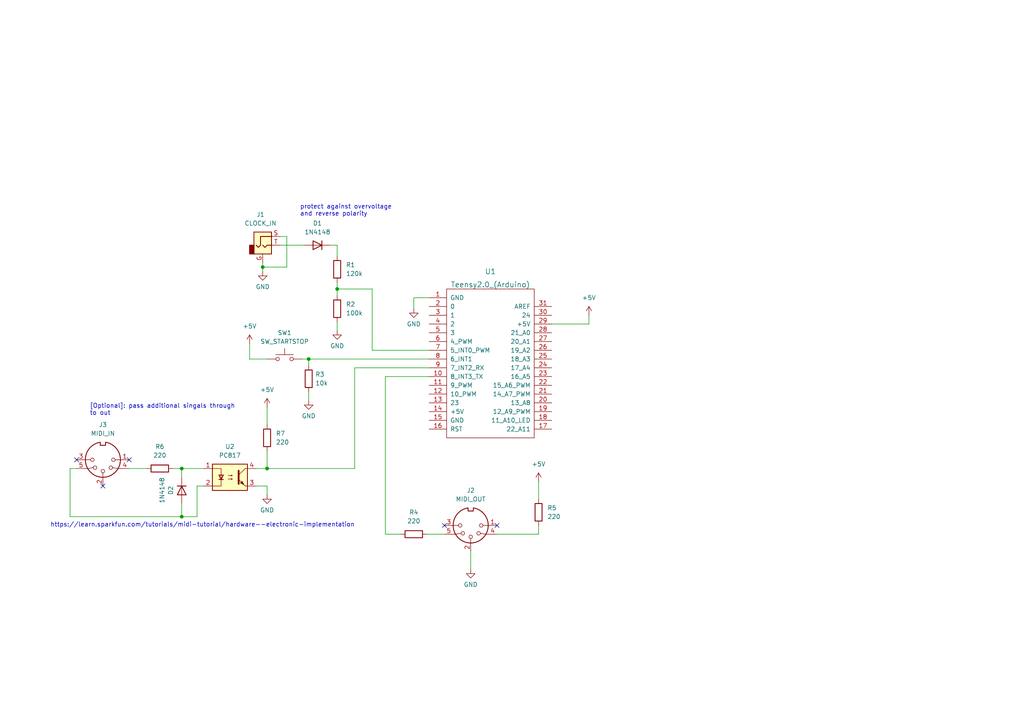
<source format=kicad_sch>
(kicad_sch (version 20211123) (generator eeschema)
  (paper "A4")
  (lib_symbols
    (symbol "Connector:AudioJack2_Ground"
      (property "Reference" "J" (at 0 8.89 0))
      (property "Value" "AudioJack2_Ground" (at 0 6.35 0))
      (symbol "AudioJack2_Ground_0_1"
        (rectangle (start -2.54 -2.54) (end -3.81 0) (stroke (width 0.254)) (fill (type outline)))
        (polyline (pts (xy 0 0) (xy 0.635 -0.635) (xy 1.27 0) (xy 2.54 0)) (stroke (width 0.254)))
        (polyline (pts (xy 2.54 2.54) (xy -0.635 2.54) (xy -0.635 0) (xy -1.27 -0.635) (xy -1.905 0)) (stroke (width 0.254)))
        (rectangle (start 2.54 3.81) (end -2.54 -2.54) (stroke (width 0.254)) (fill (type background)))
      )
      (symbol "AudioJack2_Ground_1_1"
        (pin passive line (at 0 -5.08 90) (length 2.54) (name "~") (number "G"))
        (pin passive line (at 5.08 2.54 180) (length 2.54) (name "~") (number "S"))
        (pin passive line (at 5.08 0 180) (length 2.54) (name "~") (number "T"))
      )
    )
    (symbol "Connector:DIN-5_180degree" (pin_names (offset 1.016))
      (property "Reference" "J" (at 3.175 5.715 0))
      (property "Value" "DIN-5_180degree" (at 0 -6.35 0))
      (symbol "DIN-5_180degree_0_1"
        (arc (start -5.08 0) (mid -3.8609 -3.3364) (end -0.762 -5.08) (stroke (width 0.254)))
        (circle (center -3.048 0) (radius 0.508))
        (circle (center -2.286 2.286) (radius 0.508))
        (polyline (pts (xy -5.08 0) (xy -3.556 0)))
        (polyline (pts (xy 0 5.08) (xy 0 3.81)))
        (polyline (pts (xy 5.08 0) (xy 3.556 0)))
        (polyline (pts (xy -5.08 2.54) (xy -4.318 2.54) (xy -2.794 2.286)))
        (polyline (pts (xy 5.08 2.54) (xy 4.318 2.54) (xy 2.794 2.286)))
        (polyline (pts (xy -0.762 -4.953) (xy -0.762 -4.191) (xy 0.762 -4.191) (xy 0.762 -4.953)) (stroke (width 0.254)))
        (circle (center 0 3.302) (radius 0.508))
        (arc (start 0.762 -5.08) (mid 3.8685 -3.343) (end 5.08 0) (stroke (width 0.254)))
        (circle (center 2.286 2.286) (radius 0.508))
        (circle (center 3.048 0) (radius 0.508))
        (arc (start 5.08 0) (mid 0 5.08) (end -5.08 0) (stroke (width 0.254)))
      )
      (symbol "DIN-5_180degree_1_1"
        (pin passive line (at -7.62 0 0) (length 2.54) (name "~") (number "1"))
        (pin passive line (at 0 7.62 270) (length 2.54) (name "~") (number "2"))
        (pin passive line (at 7.62 0 180) (length 2.54) (name "~") (number "3"))
        (pin passive line (at -7.62 2.54 0) (length 2.54) (name "~") (number "4"))
        (pin passive line (at 7.62 2.54 180) (length 2.54) (name "~") (number "5"))
      )
    )
    (symbol "Device:R" (pin_numbers hide) (pin_names (offset 0))
      (property "Reference" "R" (at 2.032 0 90))
      (property "Value" "R" (at 0 0 90))
      (symbol "R_0_1"
        (rectangle (start -1.016 -2.54) (end 1.016 2.54) (stroke (width 0.254)))
      )
      (symbol "R_1_1"
        (pin passive line (at 0 3.81 270) (length 1.27) (name "~") (number "1"))
        (pin passive line (at 0 -3.81 90) (length 1.27) (name "~") (number "2"))
      )
    )
    (symbol "Diode:1N4148" (pin_numbers hide) (pin_names hide)
      (property "Reference" "D" (at 0 2.54 0))
      (property "Value" "1N4148" (at 0 -2.54 0))
      (symbol "1N4148_0_1"
        (polyline (pts (xy -1.27 1.27) (xy -1.27 -1.27)) (stroke (width 0.254)))
        (polyline (pts (xy 1.27 0) (xy -1.27 0)))
        (polyline (pts (xy 1.27 1.27) (xy 1.27 -1.27) (xy -1.27 0) (xy 1.27 1.27)) (stroke (width 0.254)))
      )
      (symbol "1N4148_1_1"
        (pin passive line (at -3.81 0 0) (length 2.54) (name "K") (number "1"))
        (pin passive line (at 3.81 0 180) (length 2.54) (name "A") (number "2"))
      )
    )
    (symbol "Isolator:PC817" (pin_names (offset 1.016))
      (property "Reference" "U" (at -5.08 5.08 0))
      (property "Value" "PC817" (at 0 5.08 0))
      (symbol "PC817_0_1"
        (rectangle (start -5.08 3.81) (end 5.08 -3.81) (stroke (width 0.254)) (fill (type background)))
        (polyline (pts (xy -3.175 -0.635) (xy -1.905 -0.635)) (stroke (width 0.254)))
        (polyline (pts (xy 2.54 0.635) (xy 4.445 2.54)))
        (polyline (pts (xy 4.445 -2.54) (xy 2.54 -0.635)) (fill (type outline)))
        (polyline (pts (xy 4.445 -2.54) (xy 5.08 -2.54)))
        (polyline (pts (xy 4.445 2.54) (xy 5.08 2.54)))
        (polyline (pts (xy -5.08 2.54) (xy -2.54 2.54) (xy -2.54 -0.635)))
        (polyline (pts (xy -2.54 -0.635) (xy -2.54 -2.54) (xy -5.08 -2.54)))
        (polyline (pts (xy 2.54 1.905) (xy 2.54 -1.905) (xy 2.54 -1.905)) (stroke (width 0.508)))
        (polyline (pts (xy -2.54 -0.635) (xy -3.175 0.635) (xy -1.905 0.635) (xy -2.54 -0.635)) (stroke (width 0.254)))
        (polyline (pts (xy -0.508 -0.508) (xy 0.762 -0.508) (xy 0.381 -0.635) (xy 0.381 -0.381) (xy 0.762 -0.508)))
        (polyline (pts (xy -0.508 0.508) (xy 0.762 0.508) (xy 0.381 0.381) (xy 0.381 0.635) (xy 0.762 0.508)))
        (polyline (pts (xy 3.048 -1.651) (xy 3.556 -1.143) (xy 4.064 -2.159) (xy 3.048 -1.651) (xy 3.048 -1.651)) (fill (type outline)))
      )
      (symbol "PC817_1_1"
        (pin passive line (at -7.62 2.54 0) (length 2.54) (name "~") (number "1"))
        (pin passive line (at -7.62 -2.54 0) (length 2.54) (name "~") (number "2"))
        (pin passive line (at 7.62 -2.54 180) (length 2.54) (name "~") (number "3"))
        (pin passive line (at 7.62 2.54 180) (length 2.54) (name "~") (number "4"))
      )
    )
    (symbol "Switch:SW_Push" (pin_numbers hide) (pin_names (offset 1.016) hide)
      (property "Reference" "SW" (at 1.27 2.54 0))
      (property "Value" "SW_Push" (at 0 -1.524 0))
      (symbol "SW_Push_0_1"
        (circle (center -2.032 0) (radius 0.508))
        (polyline (pts (xy 0 1.27) (xy 0 3.048)))
        (polyline (pts (xy 2.54 1.27) (xy -2.54 1.27)))
        (circle (center 2.032 0) (radius 0.508))
        (pin passive line (at -5.08 0 0) (length 2.54) (name "1") (number "1"))
        (pin passive line (at 5.08 0 180) (length 2.54) (name "2") (number "2"))
      )
    )
    (symbol "power:+5V" (power) (pin_names (offset 0))
      (property "Value" "+5V" (at 0 3.556 0))
      (symbol "+5V_0_1"
        (polyline (pts (xy -0.762 1.27) (xy 0 2.54)))
        (polyline (pts (xy 0 0) (xy 0 2.54)))
        (polyline (pts (xy 0 2.54) (xy 0.762 1.27)))
      )
      (symbol "+5V_1_1"
        (pin power_in line (at 0 0 90) (length 0) hide (name "+5V") (number "1"))
      )
    )
    (symbol "power:GND" (power) (pin_names (offset 0))
      (property "Value" "GND" (at 0 -3.81 0))
      (symbol "GND_0_1"
        (polyline (pts (xy 0 0) (xy 0 -1.27) (xy 1.27 -1.27) (xy 0 -2.54) (xy -1.27 -1.27) (xy 0 -1.27)))
      )
      (symbol "GND_1_1"
        (pin power_in line (at 0 0 270) (length 0) hide (name "GND") (number "1"))
      )
    )
    (symbol "teensy:Teensy2.0_(Arduino)" (pin_names (offset 1.016))
      (property "Reference" "U" (at 0 24.13 0))
      (property "Value" "Teensy2.0_(Arduino)" (at 0 -24.13 0))
      (symbol "Teensy2.0_(Arduino)_0_1"
        (rectangle (start -12.7 21.59) (end 12.7 -21.59))
      )
      (symbol "Teensy2.0_(Arduino)_1_1"
        (pin power_in line (at -17.78 19.05 0) (length 5.08) (name "GND") (number "1"))
        (pin bidirectional line (at -17.78 -3.81 0) (length 5.08) (name "8_INT3_TX") (number "10"))
        (pin bidirectional line (at -17.78 -6.35 0) (length 5.08) (name "9_PWM") (number "11"))
        (pin bidirectional line (at -17.78 -8.89 0) (length 5.08) (name "10_PWM") (number "12"))
        (pin bidirectional line (at -17.78 -11.43 0) (length 5.08) (name "23") (number "13"))
        (pin power_in line (at -17.78 -13.97 0) (length 5.08) (name "+5V") (number "14"))
        (pin power_in line (at -17.78 -16.51 0) (length 5.08) (name "GND") (number "15"))
        (pin input line (at -17.78 -19.05 0) (length 5.08) (name "RST") (number "16"))
        (pin bidirectional line (at 17.78 -19.05 180) (length 5.08) (name "22_A11") (number "17"))
        (pin bidirectional line (at 17.78 -16.51 180) (length 5.08) (name "11_A10_LED") (number "18"))
        (pin bidirectional line (at 17.78 -13.97 180) (length 5.08) (name "12_A9_PWM") (number "19"))
        (pin bidirectional line (at -17.78 16.51 0) (length 5.08) (name "0") (number "2"))
        (pin bidirectional line (at 17.78 -11.43 180) (length 5.08) (name "13_A8") (number "20"))
        (pin bidirectional line (at 17.78 -8.89 180) (length 5.08) (name "14_A7_PWM") (number "21"))
        (pin bidirectional line (at 17.78 -6.35 180) (length 5.08) (name "15_A6_PWM") (number "22"))
        (pin bidirectional line (at 17.78 -3.81 180) (length 5.08) (name "16_A5") (number "23"))
        (pin bidirectional line (at 17.78 -1.27 180) (length 5.08) (name "17_A4") (number "24"))
        (pin bidirectional line (at 17.78 1.27 180) (length 5.08) (name "18_A3") (number "25"))
        (pin bidirectional line (at 17.78 3.81 180) (length 5.08) (name "19_A2") (number "26"))
        (pin bidirectional line (at 17.78 6.35 180) (length 5.08) (name "20_A1") (number "27"))
        (pin bidirectional line (at 17.78 8.89 180) (length 5.08) (name "21_A0") (number "28"))
        (pin power_in line (at 17.78 11.43 180) (length 5.08) (name "+5V") (number "29"))
        (pin bidirectional line (at -17.78 13.97 0) (length 5.08) (name "1") (number "3"))
        (pin bidirectional line (at 17.78 13.97 180) (length 5.08) (name "24") (number "30"))
        (pin input line (at 17.78 16.51 180) (length 5.08) (name "AREF") (number "31"))
        (pin bidirectional line (at -17.78 11.43 0) (length 5.08) (name "2") (number "4"))
        (pin bidirectional line (at -17.78 8.89 0) (length 5.08) (name "3") (number "5"))
        (pin bidirectional line (at -17.78 6.35 0) (length 5.08) (name "4_PWM") (number "6"))
        (pin bidirectional line (at -17.78 3.81 0) (length 5.08) (name "5_INT0_PWM") (number "7"))
        (pin bidirectional line (at -17.78 1.27 0) (length 5.08) (name "6_INT1") (number "8"))
        (pin bidirectional line (at -17.78 -1.27 0) (length 5.08) (name "7_INT2_RX") (number "9"))
      )
    )
  )
  (junction (at 89.535 104.14))
  (junction (at 97.79 83.82))
  (junction (at 52.705 135.89))
  (junction (at 76.2 77.47))
  (junction (at 77.47 135.89))
  (junction (at 52.705 149.86))
  (no_connect (at 144.145 152.4))
  (no_connect (at 37.465 133.35))
  (no_connect (at 128.905 152.4))
  (no_connect (at 22.225 133.35))
  (no_connect (at 29.845 140.97))
  (wire (pts (xy 22.225 135.89) (xy 20.32 135.89)))
  (wire (pts (xy 97.79 81.915) (xy 97.79 83.82)))
  (wire (pts (xy 83.185 68.58) (xy 83.185 77.47)))
  (wire (pts (xy 76.2 76.2) (xy 76.2 77.47)))
  (wire (pts (xy 77.47 130.81) (xy 77.47 135.89)))
  (wire (pts (xy 89.535 113.665) (xy 89.535 116.205)))
  (wire (pts (xy 52.705 149.86) (xy 52.705 146.05)))
  (wire (pts (xy 77.47 118.11) (xy 77.47 123.19)))
  (wire (pts (xy 124.46 101.6) (xy 107.95 101.6)))
  (wire (pts (xy 81.28 68.58) (xy 83.185 68.58)))
  (wire (pts (xy 20.32 135.89) (xy 20.32 149.86)))
  (wire (pts (xy 102.87 106.68) (xy 102.87 135.89)))
  (wire (pts (xy 77.47 135.89) (xy 102.87 135.89)))
  (wire (pts (xy 77.47 143.51) (xy 77.47 140.97)))
  (wire (pts (xy 83.185 77.47) (xy 76.2 77.47)))
  (wire (pts (xy 120.015 86.36) (xy 124.46 86.36)))
  (wire (pts (xy 97.79 71.12) (xy 95.885 71.12)))
  (wire (pts (xy 97.79 93.345) (xy 97.79 95.885)))
  (wire (pts (xy 74.295 135.89) (xy 77.47 135.89)))
  (wire (pts (xy 37.465 135.89) (xy 42.545 135.89)))
  (wire (pts (xy 107.95 101.6) (xy 107.95 83.82)))
  (wire (pts (xy 136.525 160.02) (xy 136.525 165.1)))
  (wire (pts (xy 120.015 89.535) (xy 120.015 86.36)))
  (wire (pts (xy 77.47 140.97) (xy 74.295 140.97)))
  (wire (pts (xy 72.39 104.14) (xy 77.47 104.14)))
  (wire (pts (xy 144.145 154.94) (xy 156.21 154.94)))
  (wire (pts (xy 59.055 140.97) (xy 57.15 140.97)))
  (wire (pts (xy 111.76 154.94) (xy 116.205 154.94)))
  (wire (pts (xy 111.76 154.94) (xy 111.76 109.22)))
  (wire (pts (xy 156.21 152.4) (xy 156.21 154.94)))
  (wire (pts (xy 89.535 104.14) (xy 124.46 104.14)))
  (wire (pts (xy 97.79 74.295) (xy 97.79 71.12)))
  (wire (pts (xy 88.265 71.12) (xy 81.28 71.12)))
  (wire (pts (xy 76.2 77.47) (xy 76.2 78.74)))
  (wire (pts (xy 72.39 99.695) (xy 72.39 104.14)))
  (wire (pts (xy 111.76 109.22) (xy 124.46 109.22)))
  (wire (pts (xy 156.21 139.7) (xy 156.21 144.78)))
  (wire (pts (xy 89.535 106.045) (xy 89.535 104.14)))
  (wire (pts (xy 52.705 135.89) (xy 59.055 135.89)))
  (wire (pts (xy 97.79 83.82) (xy 97.79 85.725)))
  (wire (pts (xy 97.79 83.82) (xy 107.95 83.82)))
  (wire (pts (xy 123.825 154.94) (xy 128.905 154.94)))
  (wire (pts (xy 50.165 135.89) (xy 52.705 135.89)))
  (wire (pts (xy 170.815 93.98) (xy 170.815 91.44)))
  (wire (pts (xy 52.705 135.89) (xy 52.705 138.43)))
  (wire (pts (xy 20.32 149.86) (xy 52.705 149.86)))
  (wire (pts (xy 57.15 149.86) (xy 52.705 149.86)))
  (wire (pts (xy 89.535 104.14) (xy 87.63 104.14)))
  (wire (pts (xy 160.02 93.98) (xy 170.815 93.98)))
  (wire (pts (xy 124.46 106.68) (xy 102.87 106.68)))
  (wire (pts (xy 57.15 140.97) (xy 57.15 149.86)))
  (text "[Optional]: pass additional singals through\nto out" (at 26.035 120.65 0) (effects (font (size 1.27 1.27)) (justify left bottom)))
  (text "https://learn.sparkfun.com/tutorials/midi-tutorial/hardware--electronic-implementation" (at 14.605 153.035 0) (effects (font (size 1.27 1.27)) (justify left bottom)))
  (text "protect against overvoltage\nand reverse polarity" (at 86.995 62.865 0) (effects (font (size 1.27 1.27)) (justify left bottom)))
  (symbol (lib_id "Device:R") (at 89.535 109.855 0) (unit 1)
    (property "Reference" "R3" (at 91.44 108.5849 0) (effects (justify left)))
    (property "Value" "10k" (at 91.44 111.1249 0) (effects (justify left)))
    (property "Footprint" "kicad-official/Resistor_THT.pretty:R_Axial_DIN0204_L3.6mm_D1.6mm_P2.54mm_Vertical" (effects hide))
  )
  (symbol (lib_id "power:GND") (at 97.79 95.885 0) (unit 1)
    (property "Reference" "#PWR06" (effects hide))
    (property "Value" "GND" (at 97.79 100.33 0))
  )
  (symbol (lib_id "Device:R") (at 120.015 154.94 90) (unit 1)
    (property "Reference" "R4" (at 120.015 148.59 90))
    (property "Value" "220" (at 120.015 151.13 90))
    (property "Footprint" "kicad-official/Resistor_THT.pretty:R_Axial_DIN0204_L3.6mm_D1.6mm_P2.54mm_Vertical" (effects hide))
  )
  (symbol (lib_id "Diode:1N4148") (at 52.705 142.24 270) (unit 1)
    (property "Reference" "D2" (at 49.53 142.24 0))
    (property "Value" "1N4148" (at 46.99 142.24 0))
    (property "Footprint" "kicad-official/Diode_THT.pretty:D_A-405_P2.54mm_Vertical_AnodeUp" (effects hide))
    (property "Datasheet" "https://assets.nexperia.com/documents/data-sheet/1N4148_1N4448.pdf" (effects hide))
  )
  (symbol (lib_id "power:+5V") (at 170.815 91.44 0) (unit 1)
    (property "Reference" "#PWR010" (effects hide))
    (property "Value" "+5V" (at 170.815 86.36 0))
  )
  (symbol (lib_id "power:GND") (at 89.535 116.205 0) (unit 1)
    (property "Reference" "#PWR05" (effects hide))
    (property "Value" "GND" (at 89.535 120.65 0))
  )
  (symbol (lib_id "Device:R") (at 156.21 148.59 0) (unit 1)
    (property "Reference" "R5" (at 158.75 147.3199 0) (effects (justify left)))
    (property "Value" "220" (at 158.75 149.8599 0) (effects (justify left)))
    (property "Footprint" "kicad-official/Resistor_THT.pretty:R_Axial_DIN0204_L3.6mm_D1.6mm_P2.54mm_Vertical" (effects hide))
  )
  (symbol (lib_id "Isolator:PC817") (at 66.675 138.43 0) (unit 1)
    (property "Reference" "U2" (at 66.675 129.54 0))
    (property "Value" "PC817" (at 66.675 132.08 0))
    (property "Footprint" "kicad-official/Package_DIP.pretty:DIP-4_W7.62mm" (effects hide))
    (property "Datasheet" "http://www.soselectronic.cz/a_info/resource/d/pc817.pdf" (effects hide))
  )
  (symbol (lib_id "teensy:Teensy2.0_(Arduino)") (at 142.24 105.41 0) (unit 1)
    (property "Reference" "U1" (at 142.24 78.74 0) (effects (font (size 1.524 1.524))))
    (property "Value" "Teensy2.0_(Arduino)" (at 142.24 82.55 0) (effects (font (size 1.524 1.524))))
    (property "Footprint" "XenGi/teensy.pretty:Teensy2.0" (effects hide))
  )
  (symbol (lib_id "Diode:1N4148") (at 92.075 71.12 180) (unit 1)
    (property "Reference" "D1" (at 92.075 64.77 0))
    (property "Value" "1N4148" (at 92.075 67.31 0))
    (property "Footprint" "kicad-official/Diode_THT.pretty:D_A-405_P2.54mm_Vertical_AnodeUp" (effects hide))
    (property "Datasheet" "https://assets.nexperia.com/documents/data-sheet/1N4148_1N4448.pdf" (effects hide))
  )
  (symbol (lib_id "Switch:SW_Push") (at 82.55 104.14 0) (unit 1)
    (property "Reference" "SW1" (at 82.55 96.52 0))
    (property "Value" "SW_STARTSTOP" (at 82.55 99.06 0))
    (property "Footprint" "kicad-official/Button_Switch_THT.pretty:SW_PUSH_6mm" (effects hide))
  )
  (symbol (lib_id "power:GND") (at 120.015 89.535 0) (unit 1)
    (property "Reference" "#PWR07" (effects hide))
    (property "Value" "GND" (at 120.015 93.98 0))
  )
  (symbol (lib_id "power:GND") (at 76.2 78.74 0) (unit 1)
    (property "Reference" "#PWR02" (effects hide))
    (property "Value" "GND" (at 76.2 83.185 0))
  )
  (symbol (lib_id "power:+5V") (at 156.21 139.7 0) (unit 1)
    (property "Reference" "#PWR09" (effects hide))
    (property "Value" "+5V" (at 156.21 134.62 0))
  )
  (symbol (lib_id "power:GND") (at 136.525 165.1 0) (unit 1)
    (property "Reference" "#PWR08" (effects hide))
    (property "Value" "GND" (at 136.525 169.545 0))
  )
  (symbol (lib_id "Connector:DIN-5_180degree") (at 136.525 152.4 180) (unit 1)
    (property "Reference" "J2" (at 136.5249 142.24 0))
    (property "Value" "MIDI_OUT" (at 136.5249 144.78 0))
    (property "Footprint" "alchy/spacestudio_components.pretty:DIN_5" (effects hide))
    (property "Datasheet" "http://www.mouser.com/ds/2/18/40_c091_abd_e-75918.pdf" (effects hide))
  )
  (symbol (lib_id "Device:R") (at 77.47 127 0) (unit 1)
    (property "Reference" "R7" (at 80.01 125.7299 0) (effects (justify left)))
    (property "Value" "220" (at 80.01 128.2699 0) (effects (justify left)))
    (property "Footprint" "kicad-official/Resistor_THT.pretty:R_Axial_DIN0204_L3.6mm_D1.6mm_P2.54mm_Vertical" (effects hide))
  )
  (symbol (lib_id "power:+5V") (at 77.47 118.11 0) (unit 1)
    (property "Reference" "#PWR03" (effects hide))
    (property "Value" "+5V" (at 77.47 113.03 0))
  )
  (symbol (lib_id "power:+5V") (at 72.39 99.695 0) (unit 1)
    (property "Reference" "#PWR01" (effects hide))
    (property "Value" "+5V" (at 72.39 94.615 0))
  )
  (symbol (lib_id "Connector:DIN-5_180degree") (at 29.845 133.35 180) (unit 1)
    (property "Reference" "J3" (at 29.845 123.19 0))
    (property "Value" "MIDI_IN" (at 29.845 125.73 0))
    (property "Footprint" "alchy/spacestudio_components.pretty:DIN_5" (effects hide))
    (property "Datasheet" "http://www.mouser.com/ds/2/18/40_c091_abd_e-75918.pdf" (effects hide))
  )
  (symbol (lib_id "power:GND") (at 77.47 143.51 0) (unit 1)
    (property "Reference" "#PWR04" (effects hide))
    (property "Value" "GND" (at 77.47 147.955 0))
  )
  (symbol (lib_id "Device:R") (at 97.79 78.105 0) (unit 1)
    (property "Reference" "R1" (at 100.33 76.8349 0) (effects (justify left)))
    (property "Value" "120k" (at 100.33 79.3749 0) (effects (justify left)))
    (property "Footprint" "kicad-official/Resistor_THT.pretty:R_Axial_DIN0204_L3.6mm_D1.6mm_P2.54mm_Vertical" (effects hide))
  )
  (symbol (lib_id "Device:R") (at 46.355 135.89 270) (unit 1)
    (property "Reference" "R6" (at 46.355 129.54 90))
    (property "Value" "220" (at 46.355 132.08 90))
    (property "Footprint" "kicad-official/Resistor_THT.pretty:R_Axial_DIN0204_L3.6mm_D1.6mm_P2.54mm_Vertical" (effects hide))
  )
  (symbol (lib_id "Device:R") (at 97.79 89.535 0) (unit 1)
    (property "Reference" "R2" (at 100.33 88.2649 0) (effects (justify left)))
    (property "Value" "100k" (at 100.33 90.8049 0) (effects (justify left)))
    (property "Footprint" "kicad-official/Resistor_THT.pretty:R_Axial_DIN0204_L3.6mm_D1.6mm_P2.54mm_Vertical" (effects hide))
  )
  (symbol (lib_id "Connector:AudioJack2_Ground") (at 76.2 71.12 0) (unit 1)
    (property "Reference" "J1" (at 75.565 62.23 0))
    (property "Value" "CLOCK_IN" (at 75.565 64.77 0))
    (property "Footprint" "nebs/eurocad/Eurocad.pretty:PJ301M-12" (effects hide))
  )
)
</source>
